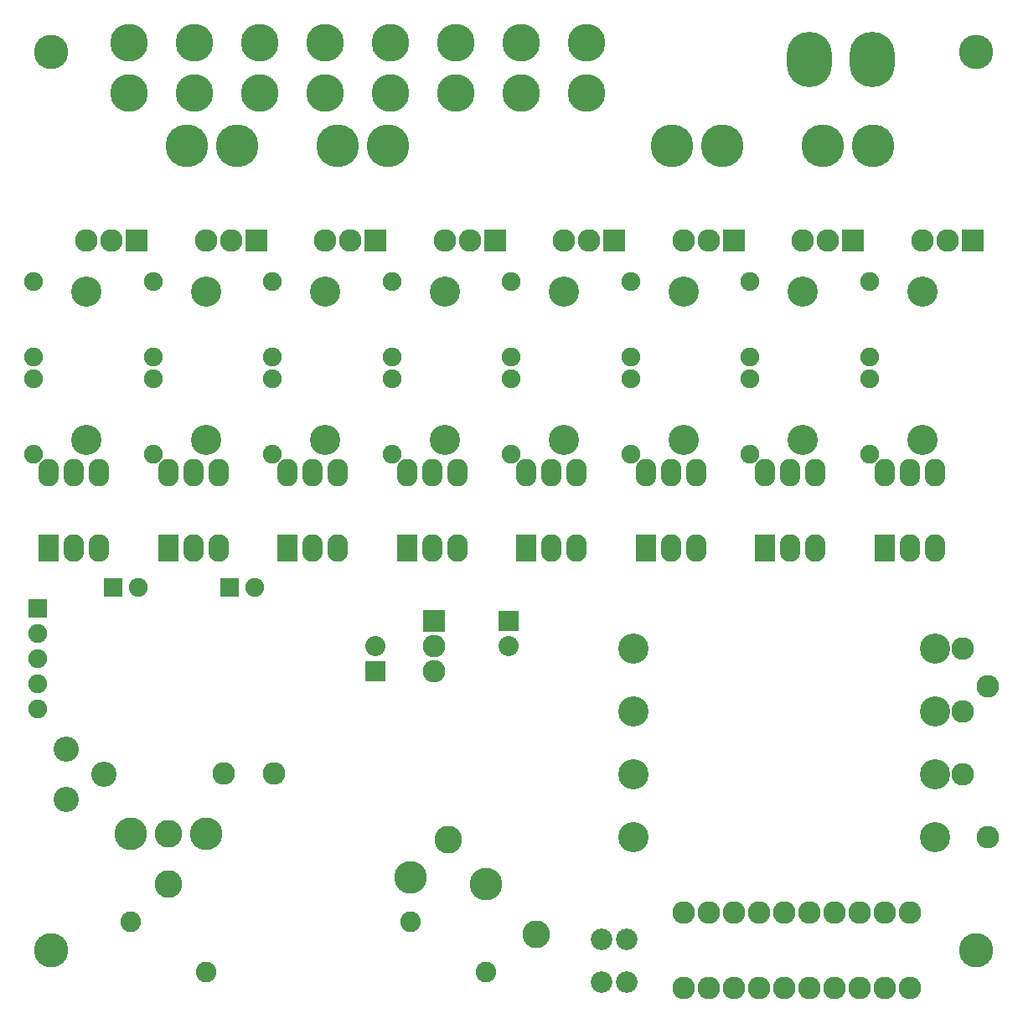
<source format=gbs>
G04 (created by PCBNEW (2013-07-07 BZR 4022)-stable) date 06/01/2015 12:36:27*
%MOIN*%
G04 Gerber Fmt 3.4, Leading zero omitted, Abs format*
%FSLAX34Y34*%
G01*
G70*
G90*
G04 APERTURE LIST*
%ADD10C,0.00590551*%
%ADD11C,0.086*%
%ADD12C,0.09*%
%ADD13C,0.15*%
%ADD14O,0.18X0.22*%
%ADD15C,0.082*%
%ADD16C,0.13*%
%ADD17C,0.11*%
%ADD18R,0.09X0.09*%
%ADD19R,0.075X0.075*%
%ADD20C,0.075*%
%ADD21R,0.082X0.11*%
%ADD22O,0.082X0.11*%
%ADD23R,0.08X0.08*%
%ADD24C,0.08*%
%ADD25C,0.12*%
%ADD26C,0.17*%
%ADD27C,0.1365*%
%ADD28C,0.1003*%
G04 APERTURE END LIST*
G54D10*
G54D11*
X64000Y-61750D03*
X63000Y-61750D03*
X64000Y-60050D03*
X63000Y-60050D03*
G54D12*
X78350Y-56000D03*
X78350Y-50000D03*
X77350Y-48500D03*
X77350Y-51000D03*
X77350Y-53500D03*
G54D13*
X59800Y-24400D03*
X59800Y-26400D03*
X62400Y-24400D03*
X62400Y-26400D03*
G54D14*
X73750Y-25050D03*
X71250Y-25050D03*
G54D13*
X44200Y-24400D03*
X44200Y-26400D03*
G54D15*
X47270Y-61350D03*
G54D16*
X44270Y-55850D03*
G54D17*
X45770Y-55850D03*
G54D16*
X47270Y-55850D03*
G54D17*
X45770Y-57850D03*
G54D15*
X44270Y-59350D03*
G54D12*
X75750Y-32250D03*
X76750Y-32250D03*
G54D18*
X77750Y-32250D03*
G54D12*
X71000Y-32250D03*
X72000Y-32250D03*
G54D18*
X73000Y-32250D03*
G54D12*
X42500Y-32250D03*
X43500Y-32250D03*
G54D18*
X44500Y-32250D03*
G54D12*
X47250Y-32250D03*
X48250Y-32250D03*
G54D18*
X49250Y-32250D03*
G54D12*
X52000Y-32250D03*
X53000Y-32250D03*
G54D18*
X54000Y-32250D03*
G54D12*
X56750Y-32250D03*
X57750Y-32250D03*
G54D18*
X58750Y-32250D03*
G54D12*
X61500Y-32250D03*
X62500Y-32250D03*
G54D18*
X63500Y-32250D03*
G54D12*
X66250Y-32250D03*
X67250Y-32250D03*
G54D18*
X68250Y-32250D03*
G54D19*
X40550Y-46900D03*
G54D20*
X40550Y-47900D03*
X40550Y-48900D03*
X40550Y-49900D03*
X40550Y-50900D03*
G54D19*
X48200Y-46050D03*
G54D20*
X49200Y-46050D03*
G54D21*
X74250Y-44500D03*
G54D22*
X75250Y-44500D03*
X76250Y-44500D03*
X76250Y-41500D03*
X75250Y-41500D03*
X74250Y-41500D03*
G54D21*
X69500Y-44500D03*
G54D22*
X70500Y-44500D03*
X71500Y-44500D03*
X71500Y-41500D03*
X70500Y-41500D03*
X69500Y-41500D03*
G54D21*
X64750Y-44500D03*
G54D22*
X65750Y-44500D03*
X66750Y-44500D03*
X66750Y-41500D03*
X65750Y-41500D03*
X64750Y-41500D03*
G54D21*
X60000Y-44500D03*
G54D22*
X61000Y-44500D03*
X62000Y-44500D03*
X62000Y-41500D03*
X61000Y-41500D03*
X60000Y-41500D03*
G54D21*
X55250Y-44500D03*
G54D22*
X56250Y-44500D03*
X57250Y-44500D03*
X57250Y-41500D03*
X56250Y-41500D03*
X55250Y-41500D03*
G54D21*
X50500Y-44500D03*
G54D22*
X51500Y-44500D03*
X52500Y-44500D03*
X52500Y-41500D03*
X51500Y-41500D03*
X50500Y-41500D03*
G54D21*
X45750Y-44500D03*
G54D22*
X46750Y-44500D03*
X47750Y-44500D03*
X47750Y-41500D03*
X46750Y-41500D03*
X45750Y-41500D03*
G54D21*
X41000Y-44500D03*
G54D22*
X42000Y-44500D03*
X43000Y-44500D03*
X43000Y-41500D03*
X42000Y-41500D03*
X41000Y-41500D03*
G54D23*
X59275Y-47400D03*
G54D24*
X59275Y-48400D03*
G54D23*
X54000Y-49400D03*
G54D24*
X54000Y-48400D03*
G54D15*
X58400Y-61350D03*
G54D16*
X55400Y-57600D03*
G54D17*
X56900Y-56100D03*
G54D16*
X58400Y-57850D03*
G54D17*
X60400Y-59850D03*
G54D15*
X55400Y-59350D03*
G54D12*
X66250Y-62000D03*
X67250Y-62000D03*
X68250Y-62000D03*
X69250Y-62000D03*
X70250Y-62000D03*
X71250Y-62000D03*
X72250Y-62000D03*
X73250Y-62000D03*
X74250Y-62000D03*
X75250Y-62000D03*
X75250Y-59000D03*
X74250Y-59000D03*
X73250Y-59000D03*
X72250Y-59000D03*
X71250Y-59000D03*
X70250Y-59000D03*
X69250Y-59000D03*
X68250Y-59000D03*
X67250Y-59000D03*
X66250Y-59000D03*
G54D25*
X42500Y-34300D03*
X42500Y-40200D03*
X47250Y-34300D03*
X47250Y-40200D03*
X52000Y-34300D03*
X52000Y-40200D03*
X56750Y-34300D03*
X56750Y-40200D03*
X61500Y-34300D03*
X61500Y-40200D03*
X66250Y-34300D03*
X66250Y-40200D03*
X71000Y-34300D03*
X71000Y-40200D03*
X75750Y-34300D03*
X75750Y-40200D03*
G54D20*
X49900Y-33900D03*
X49900Y-36900D03*
X49900Y-37750D03*
X49900Y-40750D03*
X45150Y-37750D03*
X45150Y-40750D03*
X40400Y-37750D03*
X40400Y-40750D03*
X54650Y-37750D03*
X54650Y-40750D03*
X59400Y-37750D03*
X59400Y-40750D03*
X64150Y-37750D03*
X64150Y-40750D03*
X68900Y-37750D03*
X68900Y-40750D03*
X73650Y-37750D03*
X73650Y-40750D03*
X40400Y-33900D03*
X40400Y-36900D03*
X45150Y-33900D03*
X45150Y-36900D03*
X54650Y-33900D03*
X54650Y-36900D03*
X59400Y-33900D03*
X59400Y-36900D03*
X64150Y-33900D03*
X64150Y-36900D03*
X68900Y-33900D03*
X68900Y-36900D03*
X73650Y-33900D03*
X73650Y-36900D03*
G54D12*
X49950Y-53450D03*
X47950Y-53450D03*
G54D18*
X56325Y-47400D03*
G54D12*
X56325Y-48400D03*
X56325Y-49400D03*
G54D26*
X46500Y-28500D03*
X48500Y-28500D03*
X52500Y-28500D03*
X54500Y-28500D03*
X65800Y-28500D03*
X67800Y-28500D03*
X71800Y-28500D03*
X73800Y-28500D03*
G54D19*
X43550Y-46050D03*
G54D20*
X44550Y-46050D03*
G54D27*
X77900Y-24750D03*
G54D13*
X46800Y-24400D03*
X46800Y-26400D03*
X49400Y-24400D03*
X49400Y-26400D03*
X52000Y-24400D03*
X52000Y-26400D03*
X54600Y-24400D03*
X54600Y-26400D03*
X57200Y-24400D03*
X57200Y-26400D03*
G54D28*
X43175Y-53500D03*
X41675Y-52500D03*
X41675Y-54500D03*
G54D25*
X64250Y-56000D03*
X64250Y-53500D03*
X64250Y-48500D03*
X64250Y-51000D03*
X76250Y-51000D03*
X76250Y-48500D03*
X76250Y-53500D03*
X76250Y-56000D03*
G54D27*
X41100Y-24750D03*
X77900Y-60500D03*
X41100Y-60500D03*
M02*

</source>
